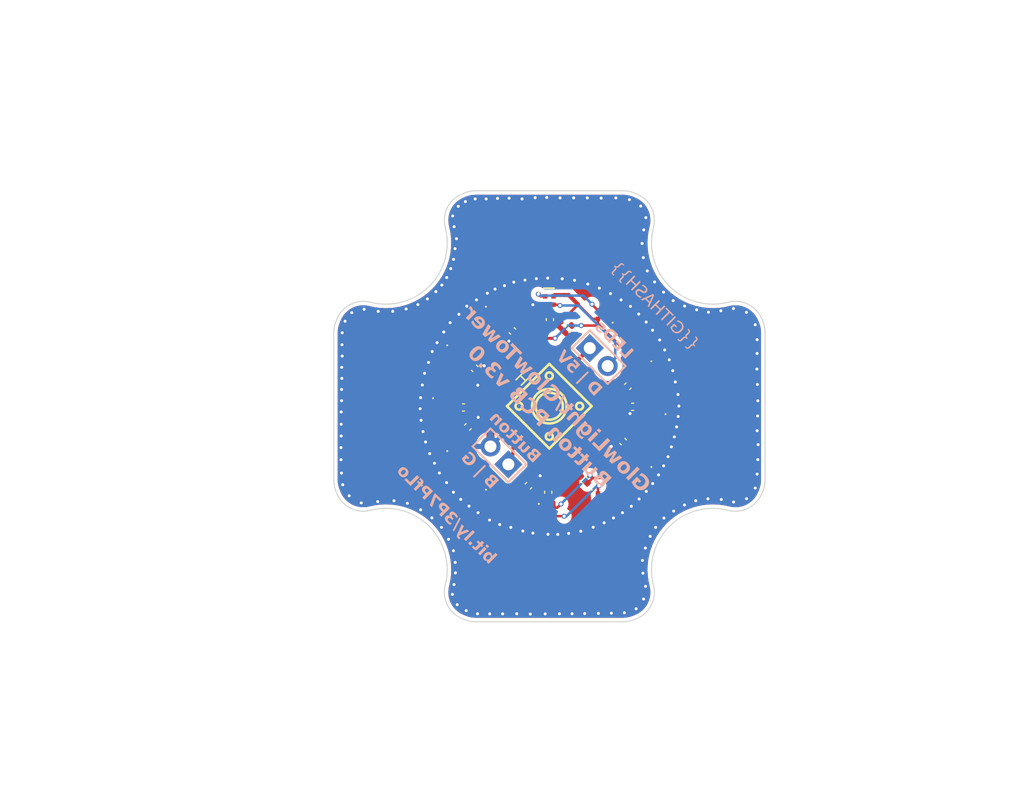
<source format=kicad_pcb>
(kicad_pcb (version 20240108) (generator "pcbnew") (generator_version "8.0")
  (title_block (comment 4 "AISLER Project ID: EJJVQQVN"))
  (layers (0 "F.Cu" signal) (31 "B.Cu" signal) (34 "B.Paste" user) (35 "F.Paste" user) (36 "B.SilkS" user "B.Silkscreen") (37 "F.SilkS" user "F.Silkscreen") (38 "B.Mask" user) (39 "F.Mask" user) (44 "Edge.Cuts" user))
  (net 0 "")
  (net 1 "gnd")
  (net 2 "vcc")
  (net 3 "input")
  (net 4 "data")
  (net 5 "leds.led_1.ic-din")
  (net 6 "leds.led_2.ic-din")
  (net 7 "leds.led_3.ic-din")
  (net 8 "leds.led_4.ic-din")
  (net 9 "leds.led_5.ic-din")
  (net 10 "leds.led_6.ic-din")
  (net 11 "leds.led_7.ic-din")
  (net 12 "leds.led_8.ic-din")
  (net 13 "leds.led_9.ic-din")
  (net 14 "leds.led_10.ic-din")
  (net 15 "leds.led_11.ic-din")
  (net 16 "dout")
  (net 17 "p2")
  (net 18 "p4")
  (footprint "lib:C0402" (layer "F.Cu") (at 98.550494 53.498473 -135)
    (property "Reference" "C2" (hide yes))
    (property "Value" "")
  )
  (footprint "lib:C0402" (layer "F.Cu") (at 100.131083 68.629062 135)
    (property "Reference" "C6" (hide yes))
    (property "Value" "")
  )
  (footprint "lib:LED-SMD_4P-L1.0-W1.0-TL_XL-1010RGBC-WS2812B" (layer "F.Cu") (at 101.950469 52.068597 180)
    (property "Reference" "U4" (hide yes))
    (property "Value" "")
  )
  (footprint "lib:LED-SMD_4P-L1.0-W1.0-TL_XL-1010RGBC-WS2812B" (layer "F.Cu") (at 105.83032 55.948448 180)
    (property "Reference" "U5" (hide yes))
    (property "Value" "")
  )
  (footprint "lib:SOD-923_L0.8-W0.6-LS1.0-RD" (layer "F.Cu") (at 93.92 58.53 -135)
    (property "Reference" "U16" (hide yes))
    (property "Value" "")
  )
  (footprint "lib:C0402" (layer "F.Cu") (at 94.560494 69.228473 45)
    (property "Reference" "C8" (hide yes))
    (property "Value" "")
  )
  (footprint "lib:KEY-SMD_4P-L6.0-W6.0-P4.50-LS8.6" (layer "F.Cu") (at 96.650494 61.248423 -45)
    (property "Reference" "U15" (hide yes))
    (property "Value" "")
  )
  (footprint "lib:LED-SMD_4P-L1.0-W1.0-TL_XL-1010RGBC-WS2812B" (layer "F.Cu") (at 91.350519 70.428249)
    (property "Reference" "U10" (hide yes))
    (property "Value" "")
  )
  (footprint "lib:C0402" (layer "F.Cu") (at 96.540494 69.878473 90)
    (property "Reference" "C7" (hide yes))
    (property "Value" "")
  )
  (footprint "lib:C0402" (layer "F.Cu") (at 89.170494 57.458473 -45)
    (property "Reference" "C11" (hide yes))
    (property "Value" "")
  )
  (footprint "lib:C0402" (layer "F.Cu") (at 105.000494 61.308473 180)
    (property "Reference" "C4" (hide yes))
    (property "Value" "")
  )
  (footprint "lib:LED-SMD_4P-L1.0-W1.0-TL_XL-1010RGBC-WS2812B" (layer "F.Cu") (at 91.350519 52.068597)
    (property "Reference" "U14" (hide yes))
    (property "Value" "")
  )
  (footprint "lib:C0402" (layer "F.Cu") (at 88.490494 63.328473 45)
    (property "Reference" "C9" (hide yes))
    (property "Value" "")
  )
  (footprint "lib:C0402" (layer "F.Cu") (at 96.710494 52.568473 -90)
    (property "Reference" "C1" (hide yes))
    (property "Value" "")
  )
  (footprint "lib:LED-SMD_4P-L1.0-W1.0-TL_XL-1010RGBC-WS2812B" (layer "F.Cu") (at 96.650494 50.648473)
    (property "Reference" "U3" (hide yes))
    (property "Value" "")
  )
  (footprint "lib:C0402" (layer "F.Cu") (at 92.950494 53.698473 -45)
    (property "Reference" "C12" (hide yes))
    (property "Value" "")
  )
  (footprint "lib:LED-SMD_4P-L1.0-W1.0-TL_XL-1010RGBC-WS2812B" (layer "F.Cu") (at 101.950469 70.428249)
    (property "Reference" "U8" (hide yes))
    (property "Value" "")
  )
  (footprint "lib:C0402" (layer "F.Cu") (at 88.050494 61.378473)
    (property "Reference" "C10" (hide yes))
    (property "Value" "")
  )
  (footprint "lib:C0402" (layer "F.Cu") (at 104.050494 64.798473 135)
    (property "Reference" "C5" (hide yes))
    (property "Value" "")
  )
  (footprint "lib:LED-SMD_4P-L1.0-W1.0-TL_XL-1010RGBC-WS2812B" (layer "F.Cu") (at 107.250444 61.248423 180)
    (property "Reference" "U6" (hide yes))
    (property "Value" "")
  )
  (footprint "lib:LED-SMD_4P-L1.0-W1.0-TL_XL-1010RGBC-WS2812B" (layer "F.Cu") (at 105.83032 66.548398 180)
    (property "Reference" "U7" (hide yes))
    (property "Value" "")
  )
  (footprint "lib:LED-SMD_4P-L1.0-W1.0-TL_XL-1010RGBC-WS2812B" (layer "F.Cu") (at 96.650494 71.848373)
    (property "Reference" "U9" (hide yes))
    (property "Value" "")
  )
  (footprint "lib:LED-SMD_4P-L1.0-W1.0-TL_XL-1010RGBC-WS2812B" (layer "F.Cu") (at 86.050544 61.248423)
    (property "Reference" "U12" (hide yes))
    (property "Value" "")
  )
  (footprint "lib:LED-SMD_4P-L1.0-W1.0-TL_XL-1010RGBC-WS2812B" (layer "F.Cu") (at 87.470668 55.948448)
    (property "Reference" "U13" (hide yes))
    (property "Value" "")
  )
  (footprint "lib:C0402" (layer "F.Cu") (at 104.519905 59.249062 -135)
    (property "Reference" "C3" (hide yes))
    (property "Value" "")
  )
  (footprint "lib:LED-SMD_4P-L1.0-W1.0-TL_XL-1010RGBC-WS2812B" (layer "F.Cu") (at 87.470668 66.548398)
    (property "Reference" "U11" (hide yes))
    (property "Value" "")
  )
  (footprint "lib:HDR-TH_2P-P2.54-V-M" (layer "B.Cu") (at 91.652159 66.185841 135)
    (property "Reference" "U2" (hide yes))
    (property "Value" "")
  )
  (footprint "lib:HDR-TH_2P-P2.54-V-M" (layer "B.Cu") (at 101.602055 56.320034 -45)
    (property "Reference" "U1" (hide yes))
    (property "Value" "")
  )
  (gr_line (start 96.100494 49.408473) (end 97.140494 49.408473) (stroke (width 0.15)) (layer "F.SilkS"))
  (gr_line (start 86.598326 81.479625) (end 86.802358 81.75245) (stroke (width 0.1)) (layer "Edge.Cuts"))
  (gr_line (start 76.432363 71.313737) (end 76.72759 71.483761) (stroke (width 0.1)) (layer "Edge.Cuts"))
  (gr_line (start 107.169319 42.30296) (end 107.113802 41.966834) (stroke (width 0.1)) (layer "Edge.Cuts"))
  (gr_line (start 85.255623 74.042489) (end 85.527457 74.452607) (stroke (width 0.1)) (layer "Edge.Cuts"))
  (gr_line (start 106.714974 41.031111) (end 106.510941 40.758286) (stroke (width 0.1)) (layer "Edge.Cuts"))
  (gr_line (start 106.894526 44.776796) (end 106.921511 44.28551) (stroke (width 0.1)) (layer "Edge.Cuts"))
  (gr_line (start 108.695141 49.216875) (end 108.361422 48.855321) (stroke (width 0.1)) (layer "Edge.Cuts"))
  (gr_line (start 75.512481 70.324841) (end 75.696282 70.611695) (stroke (width 0.1)) (layer "Edge.Cuts"))
  (gr_line (start 77.040996 71.617343) (end 77.368103 71.712572) (stroke (width 0.1)) (layer "Edge.Cuts"))
  (gr_line (start 107.018625 80.871021) (end 107.113855 80.543914) (stroke (width 0.1)) (layer "Edge.Cuts"))
  (gr_line (start 108.361422 48.855321) (end 108.057673 48.468247) (stroke (width 0.1)) (layer "Edge.Cuts"))
  (gr_line (start 117.800774 70.324822) (end 117.949027 70.018086) (stroke (width 0.1)) (layer "Edge.Cuts"))
  (gr_line (start 110.73262 50.567354) (end 110.284422 50.364355) (stroke (width 0.1)) (layer "Edge.Cuts"))
  (gr_line (start 114.928986 71.757397) (end 115.2687 71.783102) (stroke (width 0.1)) (layer "Edge.Cuts"))
  (gr_line (start 107.158625 42.98302) (end 107.184331 42.643311) (stroke (width 0.1)) (layer "Edge.Cuts"))
  (gr_line (start 78.718528 71.691337) (end 79.199234 71.586402) (stroke (width 0.1)) (layer "Edge.Cuts"))
  (gr_line (start 75.912998 70.874566) (end 76.159533 71.109701) (stroke (width 0.1)) (layer "Edge.Cuts"))
  (gr_line (start 86.35474 45.757973) (end 86.264134 46.241585) (stroke (width 0.1)) (layer "Edge.Cuts"))
  (gr_line (start 86.143983 80.207776) (end 86.1995 80.543901) (stroke (width 0.1)) (layer "Edge.Cuts"))
  (gr_line (start 106.958561 76.752763) (end 107.049167 76.269152) (stroke (width 0.1)) (layer "Edge.Cuts"))
  (gr_line (start 112.154042 50.953458) (end 111.670432 50.862851) (stroke (width 0.1)) (layer "Edge.Cuts"))
  (gr_line (start 117.153737 71.109684) (end 117.400267 70.874548) (stroke (width 0.1)) (layer "Edge.Cuts"))
  (gr_line (start 86.199443 41.966822) (end 86.143925 42.302955) (stroke (width 0.1)) (layer "Edge.Cuts"))
  (gr_line (start 111.195611 50.733875) (end 110.73262 50.567354) (stroke (width 0.1)) (layer "Edge.Cuts"))
  (gr_line (start 78.384308 50.753362) (end 78.044597 50.727663) (stroke (width 0.1)) (layer "Edge.Cuts"))
  (gr_line (start 106.012977 82.215738) (end 106.275849 81.999021) (stroke (width 0.1)) (layer "Edge.Cuts"))
  (gr_line (start 108.057673 48.468247) (end 107.78584 48.058129) (stroke (width 0.1)) (layer "Edge.Cuts"))
  (gr_line (start 87.89393 82.547747) (end 88.203426 82.672502) (stroke (width 0.1)) (layer "Edge.Cuts"))
  (gr_line (start 107.547664 74.883143) (end 107.785842 74.452607) (stroke (width 0.1)) (layer "Edge.Cuts"))
  (gr_line (start 87.30032 40.294999) (end 87.037448 40.511715) (stroke (width 0.1)) (layer "Edge.Cuts"))
  (gr_line (start 80.178076 51.01749) (end 79.686791 50.990506) (stroke (width 0.1)) (layer "Edge.Cuts"))
  (gr_line (start 85.765636 74.883141) (end 85.968635 75.33134) (stroke (width 0.1)) (layer "Edge.Cuts"))
  (gr_line (start 81.642866 50.862853) (end 81.159254 50.953459) (stroke (width 0.1)) (layer "Edge.Cuts"))
  (gr_line (start 112.64335 51.005114) (end 112.154042 50.953458) (stroke (width 0.1)) (layer "Edge.Cuts"))
  (gr_line (start 86.128971 79.867427) (end 86.143983 80.207776) (stroke (width 0.1)) (layer "Edge.Cuts"))
  (gr_line (start 77.704248 50.742683) (end 77.368122 50.798206) (stroke (width 0.1)) (layer "Edge.Cuts"))
  (gr_line (start 106.906904 77.24207) (end 106.958561 76.752763) (stroke (width 0.1)) (layer "Edge.Cuts"))
  (gr_line (start 87.037488 81.99898) (end 87.300354 82.215692) (stroke (width 0.1)) (layer "Edge.Cuts"))
  (gr_line (start 106.906902 45.268667) (end 106.894526 44.776796) (stroke (width 0.1)) (layer "Edge.Cuts"))
  (gr_line (start 106.921511 44.28551) (end 106.987682 43.797954) (stroke (width 0.1)) (layer "Edge.Cuts"))
  (gr_line (start 109.443771 72.656395) (end 109.853888 72.384561) (stroke (width 0.1)) (layer "Edge.Cuts"))
  (gr_line (start 86.325616 43.797954) (end 86.391788 44.28551) (stroke (width 0.1)) (layer "Edge.Cuts"))
  (gr_line (start 118.073783 69.708591) (end 118.183763 69.369065) (stroke (width 0.1)) (layer "Edge.Cuts"))
  (gr_line (start 86.220679 43.317248) (end 86.325616 43.797954) (stroke (width 0.1)) (layer "Edge.Cuts"))
  (gr_line (start 107.018574 41.639734) (end 106.884995 41.326333) (stroke (width 0.1)) (layer "Edge.Cuts"))
  (gr_line (start 105.726124 82.399539) (end 106.012977 82.215738) (stroke (width 0.1)) (layer "Edge.Cuts"))
  (gr_line (start 109.056697 72.960143) (end 109.443771 72.656395) (stroke (width 0.1)) (layer "Edge.Cuts"))
  (gr_line (start 116.585709 51.026972) (end 116.272302 50.893391) (stroke (width 0.1)) (layer "Edge.Cuts"))
  (gr_line (start 83.869529 49.854345) (end 83.459411 50.126178) (stroke (width 0.1)) (layer "Edge.Cuts"))
  (gr_line (start 87.037448 40.511715) (end 86.802315 40.75825) (stroke (width 0.1)) (layer "Edge.Cuts"))
  (gr_line (start 107.547661 47.627595) (end 107.344662 47.179396) (stroke (width 0.1)) (layer "Edge.Cuts"))
  (gr_line (start 84.256602 72.960142) (end 84.618155 73.293861) (stroke (width 0.1)) (layer "Edge.Cuts"))
  (gr_line (start 112.154044 71.55728) (end 112.64335 71.505623) (stroke (width 0.1)) (layer "Edge.Cuts"))
  (gr_line (start 86.135158 46.716407) (end 85.968637 47.179398) (stroke (width 0.1)) (layer "Edge.Cuts"))
  (gr_line (start 114.114063 50.924334) (end 113.626507 50.990505) (stroke (width 0.1)) (layer "Edge.Cuts"))
  (gr_line (start 85.968637 47.179398) (end 85.765638 47.627595) (stroke (width 0.1)) (layer "Edge.Cuts"))
  (gr_line (start 116.272285 71.617332) (end 116.585688 71.483748) (stroke (width 0.1)) (layer "Edge.Cuts"))
  (gr_line (start 77.041022 50.893439) (end 76.727622 51.027021) (stroke (width 0.1)) (layer "Edge.Cuts"))
  (gr_line (start 109.443769 49.854343) (end 109.056695 49.550594) (stroke (width 0.1)) (layer "Edge.Cuts"))
  (gr_line (start 107.178141 46.716405) (end 107.049165 46.241585) (stroke (width 0.1)) (layer "Edge.Cuts"))
  (gr_line (start 116.585688 71.483748) (end 116.880911 71.313722) (stroke (width 0.1)) (layer "Edge.Cuts"))
  (gr_line (start 88.203426 39.838234) (end 87.89393 39.962989) (stroke (width 0.1)) (layer "Edge.Cuts"))
  (gr_line (start 106.921513 78.225226) (end 106.894529 77.73394) (stroke (width 0.1)) (layer "Edge.Cuts"))
  (gr_line (start 78.718528 50.819399) (end 78.384308 50.753362) (stroke (width 0.1)) (layer "Edge.Cuts"))
  (gr_line (start 88.542952 82.782482) (end 88.893559 82.849173) (stroke (width 0.1)) (layer "Edge.Cuts"))
  (gr_line (start 104.770346 82.782489) (end 105.109871 82.672502) (stroke (width 0.1)) (layer "Edge.Cuts"))
  (gr_line (start 117.949027 70.018086) (end 118.073783 69.708591) (stroke (width 0.1)) (layer "Edge.Cuts"))
  (gr_line (start 104.419737 39.661562) (end 104.063544 39.639214) (stroke (width 0.1)) (layer "Edge.Cuts"))
  (gr_line (start 78.044597 50.727663) (end 77.704248 50.742683) (stroke (width 0.1)) (layer "Edge.Cuts"))
  (gr_line (start 105.109871 82.672502) (end 105.419367 82.547747) (stroke (width 0.1)) (layer "Edge.Cuts"))
  (gr_line (start 106.275849 81.999021) (end 106.510982 81.752487) (stroke (width 0.1)) (layer "Edge.Cuts"))
  (gr_line (start 85.765638 47.627595) (end 85.527459 48.058131) (stroke (width 0.1)) (layer "Edge.Cuts"))
  (gr_line (start 87.300354 82.215692) (end 87.587201 82.39949) (stroke (width 0.1)) (layer "Edge.Cuts"))
  (gr_line (start 113.13522 51.01749) (end 112.64335 51.005114) (stroke (width 0.1)) (layer "Edge.Cuts"))
  (gr_line (start 84.256603 49.550596) (end 83.869529 49.854345) (stroke (width 0.1)) (layer "Edge.Cuts"))
  (gr_line (start 75.129523 69.369067) (end 75.239514 69.708591) (stroke (width 0.1)) (layer "Edge.Cuts"))
  (gr_line (start 87.587201 82.39949) (end 87.89393 82.547747) (stroke (width 0.1)) (layer "Edge.Cuts"))
  (gr_line (start 105.419367 82.547747) (end 105.726124 82.399539) (stroke (width 0.1)) (layer "Edge.Cuts"))
  (gr_line (start 77.368122 50.798206) (end 77.041022 50.893439) (stroke (width 0.1)) (layer "Edge.Cuts"))
  (gr_line (start 82.117687 50.733876) (end 81.642866 50.862853) (stroke (width 0.1)) (layer "Edge.Cuts"))
  (gr_line (start 106.958558 45.757974) (end 106.906902 45.268667) (stroke (width 0.1)) (layer "Edge.Cuts"))
  (gr_line (start 86.154678 79.527718) (end 86.128971 79.867427) (stroke (width 0.1)) (layer "Edge.Cuts"))
  (gr_line (start 75.364269 52.49265) (end 75.239514 52.802145) (stroke (width 0.1)) (layer "Edge.Cuts"))
  (gr_line (start 79.68679 71.520231) (end 80.178076 71.493246) (stroke (width 0.1)) (layer "Edge.Cuts"))
  (gr_line (start 107.113855 80.543914) (end 107.169372 80.207781) (stroke (width 0.1)) (layer "Edge.Cuts"))
  (gr_line (start 86.418772 44.776796) (end 86.406397 45.268666) (stroke (width 0.1)) (layer "Edge.Cuts"))
  (gr_line (start 117.153769 51.401032) (end 116.880938 51.196995) (stroke (width 0.1)) (layer "Edge.Cuts"))
  (gr_line (start 107.344664 75.33134) (end 107.547664 74.883143) (stroke (width 0.1)) (layer "Edge.Cuts"))
  (gr_line (start 115.268706 50.727631) (end 114.92899 50.753339) (stroke (width 0.1)) (layer "Edge.Cuts"))
  (gr_line (start 86.128912 42.643311) (end 86.15462 42.983027) (stroke (width 0.1)) (layer "Edge.Cuts"))
  (gr_line (start 84.618157 49.216876) (end 84.256603 49.550596) (stroke (width 0.1)) (layer "Edge.Cuts"))
  (gr_line (start 88.203426 82.672502) (end 88.542952 82.782482) (stroke (width 0.1)) (layer "Edge.Cuts"))
  (gr_line (start 75.129529 53.14167) (end 75.062843 53.492278) (stroke (width 0.1)) (layer "Edge.Cuts"))
  (gr_line (start 86.325615 78.712782) (end 86.220679 79.193488) (stroke (width 0.1)) (layer "Edge.Cuts"))
  (gr_line (start 117.400267 70.874548) (end 117.616978 70.611676) (stroke (width 0.1)) (layer "Edge.Cuts"))
  (gr_line (start 104.419738 82.849178) (end 104.770346 82.782489) (stroke (width 0.1)) (layer "Edge.Cuts"))
  (gr_line (start 107.092617 79.193488) (end 106.987684 78.712782) (stroke (width 0.1)) (layer "Edge.Cuts"))
  (gr_line (start 109.853887 50.126176) (end 109.443769 49.854343) (stroke (width 0.1)) (layer "Edge.Cuts"))
  (gr_line (start 115.945195 50.798161) (end 115.609062 50.742643) (stroke (width 0.1)) (layer "Edge.Cuts"))
  (gr_line (start 76.159576 51.401078) (end 75.913044 51.636208) (stroke (width 0.1)) (layer "Edge.Cuts"))
  (gr_line (start 86.428255 41.326309) (end 86.294673 41.639715) (stroke (width 0.1)) (layer "Edge.Cuts"))
  (gr_line (start 107.184331 42.643311) (end 107.169319 42.30296) (stroke (width 0.1)) (layer "Edge.Cuts"))
  (gr_line (start 106.894529 77.73394) (end 106.906904 77.24207) (stroke (width 0.1)) (layer "Edge.Cuts"))
  (gr_line (start 88.893558 39.661561) (end 88.54295 39.728247) (stroke (width 0.1)) (layer "Edge.Cuts"))
  (gr_line (start 86.354738 76.752762) (end 86.406394 77.242069) (stroke (width 0.1)) (layer "Edge.Cuts"))
  (gr_line (start 86.391788 44.28551) (end 86.418772 44.776796) (stroke (width 0.1)) (layer "Edge.Cuts"))
  (gr_line (start 105.419367 39.962989) (end 105.109871 39.838234) (stroke (width 0.1)) (layer "Edge.Cuts"))
  (gr_line (start 83.45941 72.38456) (end 83.869527 72.656393) (stroke (width 0.1)) (layer "Edge.Cuts"))
  (gr_line (start 107.113802 41.966834) (end 107.018574 41.639734) (stroke (width 0.1)) (layer "Edge.Cuts"))
  (gr_line (start 106.71502 81.479656) (end 106.885043 81.184428) (stroke (width 0.1)) (layer "Edge.Cuts"))
  (gr_line (start 109.056695 49.550594) (end 108.695141 49.216875) (stroke (width 0.1)) (layer "Edge.Cuts"))
  (gr_line (start 75.040494 68.662263) (end 75.062829 69.018459) (stroke (width 0.1)) (layer "Edge.Cuts"))
  (gr_line (start 118.250453 69.018457) (end 118.272802 68.662263) (stroke (width 0.1)) (layer "Edge.Cuts"))
  (gr_line (start 84.951874 73.655415) (end 85.255623 74.042489) (stroke (width 0.1)) (layer "Edge.Cuts"))
  (gr_line (start 86.143925 42.302955) (end 86.128912 42.643311) (stroke (width 0.1)) (layer "Edge.Cuts"))
  (gr_line (start 76.72759 71.483761) (end 77.040996 71.617343) (stroke (width 0.1)) (layer "Edge.Cuts"))
  (gr_line (start 114.594769 50.819399) (end 114.114063 50.924334) (stroke (width 0.1)) (layer "Edge.Cuts"))
  (gr_line (start 117.800823 52.185891) (end 117.617021 51.899038) (stroke (width 0.1)) (layer "Edge.Cuts"))
  (gr_line (start 75.040494 53.848473) (end 75.040494 68.662263) (stroke (width 0.1)) (layer "Edge.Cuts"))
  (gr_line (start 115.609062 50.742643) (end 115.268706 50.727631) (stroke (width 0.1)) (layer "Edge.Cuts"))
  (gr_line (start 117.400305 51.636166) (end 117.153769 51.401032) (stroke (width 0.1)) (layer "Edge.Cuts"))
  (gr_line (start 85.255626 48.468248) (end 84.951877 48.855322) (stroke (width 0.1)) (layer "Edge.Cuts"))
  (gr_line (start 113.626506 71.520231) (end 114.114063 71.586402) (stroke (width 0.1)) (layer "Edge.Cuts"))
  (gr_line (start 86.264132 76.269151) (end 86.354738 76.752762) (stroke (width 0.1)) (layer "Edge.Cuts"))
  (gr_line (start 87.89393 39.962989) (end 87.587173 40.111197) (stroke (width 0.1)) (layer "Edge.Cuts"))
  (gr_line (start 75.51253 52.185921) (end 75.364269 52.49265) (stroke (width 0.1)) (layer "Edge.Cuts"))
  (gr_line (start 79.199234 71.586402) (end 79.68679 71.520231) (stroke (width 0.1)) (layer "Edge.Cuts"))
  (gr_line (start 106.885043 81.184428) (end 107.018625 80.871021) (stroke (width 0.1)) (layer "Edge.Cuts"))
  (gr_line (start 86.41877 77.73394) (end 86.391786 78.225226) (stroke (width 0.1)) (layer "Edge.Cuts"))
  (gr_line (start 80.669948 51.005115) (end 80.178076 51.01749) (stroke (width 0.1)) (layer "Edge.Cuts"))
  (gr_line (start 86.428306 81.184402) (end 86.598326 81.479625) (stroke (width 0.1)) (layer "Edge.Cuts"))
  (gr_line (start 76.4324 51.197044) (end 76.159576 51.401078) (stroke (width 0.1)) (layer "Edge.Cuts"))
  (gr_line (start 75.239514 69.708591) (end 75.364269 70.018086) (stroke (width 0.1)) (layer "Edge.Cuts"))
  (gr_line (start 118.183769 53.14167) (end 118.073783 52.802145) (stroke (width 0.1)) (layer "Edge.Cuts"))
  (gr_line (start 107.785842 74.452607) (end 108.057676 74.04249) (stroke (width 0.1)) (layer "Edge.Cuts"))
  (gr_line (start 80.178076 71.493246) (end 80.669947 71.505622) (stroke (width 0.1)) (layer "Edge.Cuts"))
  (gr_line (start 106.884995 41.326333) (end 106.714974 41.031111) (stroke (width 0.1)) (layer "Edge.Cuts"))
  (gr_line (start 75.062829 69.018459) (end 75.129523 69.369067) (stroke (width 0.1)) (layer "Edge.Cuts"))
  (gr_line (start 112.64335 71.505623) (end 113.135221 71.493247) (stroke (width 0.1)) (layer "Edge.Cuts"))
  (gr_line (start 117.616978 70.611676) (end 117.800774 70.324822) (stroke (width 0.1)) (layer "Edge.Cuts"))
  (gr_line (start 106.510982 81.752487) (end 106.71502 81.479656) (stroke (width 0.1)) (layer "Edge.Cuts"))
  (gr_line (start 118.25046 53.492278) (end 118.183769 53.14167) (stroke (width 0.1)) (layer "Edge.Cuts"))
  (gr_line (start 85.527459 48.058131) (end 85.255626 48.468248) (stroke (width 0.1)) (layer "Edge.Cuts"))
  (gr_line (start 115.609053 71.768086) (end 115.945182 71.712565) (stroke (width 0.1)) (layer "Edge.Cuts"))
  (gr_line (start 75.364269 70.018086) (end 75.512481 70.324841) (stroke (width 0.1)) (layer "Edge.Cuts"))
  (gr_line (start 104.770347 39.728248) (end 104.419737 39.661562) (stroke (width 0.1)) (layer "Edge.Cuts"))
  (gr_line (start 116.880911 71.313722) (end 117.153737 71.109684) (stroke (width 0.1)) (layer "Edge.Cuts"))
  (gr_line (start 85.968635 75.33134) (end 86.135155 75.794331) (stroke (width 0.1)) (layer "Edge.Cuts"))
  (gr_line (start 75.062843 53.492278) (end 75.040494 53.848473) (stroke (width 0.1)) (layer "Edge.Cuts"))
  (gr_line (start 115.2687 71.783102) (end 115.609053 71.768086) (stroke (width 0.1)) (layer "Edge.Cuts"))
  (gr_line (start 86.802358 81.75245) (end 87.037488 81.99898) (stroke (width 0.1)) (layer "Edge.Cuts"))
  (gr_line (start 86.264134 46.241585) (end 86.135158 46.716407) (stroke (width 0.1)) (layer "Edge.Cuts"))
  (gr_line (start 107.169372 80.207781) (end 107.184385 79.867425) (stroke (width 0.1)) (layer "Edge.Cuts"))
  (gr_line (start 82.580678 50.567356) (end 82.117687 50.733876) (stroke (width 0.1)) (layer "Edge.Cuts"))
  (gr_line (start 88.893559 82.849173) (end 89.249753 82.871522) (stroke (width 0.1)) (layer "Edge.Cuts"))
  (gr_line (start 106.275811 40.511755) (end 106.012944 40.295043) (stroke (width 0.1)) (layer "Edge.Cuts"))
  (gr_line (start 107.049165 46.241585) (end 106.958558 45.757974) (stroke (width 0.1)) (layer "Edge.Cuts"))
  (gr_line (start 79.199234 50.924334) (end 78.718528 50.819399) (stroke (width 0.1)) (layer "Edge.Cuts"))
  (gr_line (start 76.727622 51.027021) (end 76.4324 51.197044) (stroke (width 0.1)) (layer "Edge.Cuts"))
  (gr_line (start 86.598279 41.031081) (end 86.428255 41.326309) (stroke (width 0.1)) (layer "Edge.Cuts"))
  (gr_line (start 108.057676 74.04249) (end 108.361424 73.655416) (stroke (width 0.1)) (layer "Edge.Cuts"))
  (gr_line (start 78.044592 71.783104) (end 78.384307 71.757396) (stroke (width 0.1)) (layer "Edge.Cuts"))
  (gr_line (start 104.063544 39.639214) (end 89.249753 39.639214) (stroke (width 0.1)) (layer "Edge.Cuts"))
  (gr_line (start 77.704236 71.768091) (end 78.044592 71.783104) (stroke (width 0.1)) (layer "Edge.Cuts"))
  (gr_line (start 84.618155 73.293861) (end 84.951874 73.655415) (stroke (width 0.1)) (layer "Edge.Cuts"))
  (gr_line (start 89.249753 82.871522) (end 104.063544 82.871522) (stroke (width 0.1)) (layer "Edge.Cuts"))
  (gr_line (start 83.869527 72.656393) (end 84.256602 72.960142) (stroke (width 0.1)) (layer "Edge.Cuts"))
  (gr_line (start 108.695143 73.293862) (end 109.056697 72.960143) (stroke (width 0.1)) (layer "Edge.Cuts"))
  (gr_line (start 111.670432 71.647885) (end 112.154044 71.55728) (stroke (width 0.1)) (layer "Edge.Cuts"))
  (gr_line (start 86.294673 41.639715) (end 86.199443 41.966822) (stroke (width 0.1)) (layer "Edge.Cuts"))
  (gr_line (start 113.135221 71.493247) (end 113.626506 71.520231) (stroke (width 0.1)) (layer "Edge.Cuts"))
  (gr_line (start 82.117686 71.776861) (end 82.580677 71.943382) (stroke (width 0.1)) (layer "Edge.Cuts"))
  (gr_line (start 75.696331 51.899075) (end 75.51253 52.185921) (stroke (width 0.1)) (layer "Edge.Cuts"))
  (gr_line (start 75.696282 70.611695) (end 75.912998 70.874566) (stroke (width 0.1)) (layer "Edge.Cuts"))
  (gr_line (start 107.344662 47.179396) (end 107.178141 46.716405) (stroke (width 0.1)) (layer "Edge.Cuts"))
  (gr_line (start 117.617021 51.899038) (end 117.400305 51.636166) (stroke (width 0.1)) (layer "Edge.Cuts"))
  (gr_line (start 117.949027 52.49265) (end 117.800823 52.185891) (stroke (width 0.1)) (layer "Edge.Cuts"))
  (gr_line (start 82.580677 71.943382) (end 83.028875 72.146381) (stroke (width 0.1)) (layer "Edge.Cuts"))
  (gr_line (start 106.510941 40.758286) (end 106.275811 40.511755) (stroke (width 0.1)) (layer "Edge.Cuts"))
  (gr_line (start 105.109871 39.838234) (end 104.770347 39.728248) (stroke (width 0.1)) (layer "Edge.Cuts"))
  (gr_line (start 109.853888 72.384561) (end 110.284423 72.146382) (stroke (width 0.1)) (layer "Edge.Cuts"))
  (gr_line (start 81.642865 71.647885) (end 82.117686 71.776861) (stroke (width 0.1)) (layer "Edge.Cuts"))
  (gr_line (start 116.880938 51.196995) (end 116.585709 51.026972) (stroke (width 0.1)) (layer "Edge.Cuts"))
  (gr_line (start 118.272802 68.662263) (end 118.272802 53.848473) (stroke (width 0.1)) (layer "Edge.Cuts"))
  (gr_line (start 75.239514 52.802145) (end 75.129529 53.14167) (stroke (width 0.1)) (layer "Edge.Cuts"))
  (gr_line (start 83.459411 50.126178) (end 83.028876 50.364357) (stroke (width 0.1)) (layer "Edge.Cuts"))
  (gr_line (start 107.049167 76.269152) (end 107.178143 75.794331) (stroke (width 0.1)) (layer "Edge.Cuts"))
  (gr_line (start 77.368103 71.712572) (end 77.704236 71.768091) (stroke (width 0.1)) (layer "Edge.Cuts"))
  (gr_line (start 86.294727 80.871002) (end 86.428306 81.184402) (stroke (width 0.1)) (layer "Edge.Cuts"))
  (gr_line (start 114.594769 71.691337) (end 114.928986 71.757397) (stroke (width 0.1)) (layer "Edge.Cuts"))
  (gr_line (start 111.670432 50.862851) (end 111.195611 50.733875) (stroke (width 0.1)) (layer "Edge.Cuts"))
  (gr_line (start 86.220679 79.193488) (end 86.154678 79.527718) (stroke (width 0.1)) (layer "Edge.Cuts"))
  (gr_line (start 107.158678 79.527709) (end 107.092617 79.193488) (stroke (width 0.1)) (layer "Edge.Cuts"))
  (gr_line (start 104.063544 82.871522) (end 104.419738 82.849178) (stroke (width 0.1)) (layer "Edge.Cuts"))
  (gr_line (start 89.249753 39.639214) (end 88.893558 39.661561) (stroke (width 0.1)) (layer "Edge.Cuts"))
  (gr_line (start 107.178143 75.794331) (end 107.344664 75.33134) (stroke (width 0.1)) (layer "Edge.Cuts"))
  (gr_line (start 106.987684 78.712782) (end 106.921513 78.225226) (stroke (width 0.1)) (layer "Edge.Cuts"))
  (gr_line (start 111.195612 71.776862) (end 111.670432 71.647885) (stroke (width 0.1)) (layer "Edge.Cuts"))
  (gr_line (start 79.686791 50.990506) (end 79.199234 50.924334) (stroke (width 0.1)) (layer "Edge.Cuts"))
  (gr_line (start 86.391786 78.225226) (end 86.325615 78.712782) (stroke (width 0.1)) (layer "Edge.Cuts"))
  (gr_line (start 86.802315 40.75825) (end 86.598279 41.031081) (stroke (width 0.1)) (layer "Edge.Cuts"))
  (gr_line (start 114.114063 71.586402) (end 114.594769 71.691337) (stroke (width 0.1)) (layer "Edge.Cuts"))
  (gr_line (start 83.028875 72.146381) (end 83.45941 72.38456) (stroke (width 0.1)) (layer "Edge.Cuts"))
  (gr_line (start 86.135155 75.794331) (end 86.264132 76.269151) (stroke (width 0.1)) (layer "Edge.Cuts"))
  (gr_line (start 114.92899 50.753339) (end 114.594769 50.819399) (stroke (width 0.1)) (layer "Edge.Cuts"))
  (gr_line (start 88.54295 39.728247) (end 88.203426 39.838234) (stroke (width 0.1)) (layer "Edge.Cuts"))
  (gr_line (start 106.012944 40.295043) (end 105.726097 40.111245) (stroke (width 0.1)) (layer "Edge.Cuts"))
  (gr_line (start 107.78584 48.058129) (end 107.547661 47.627595) (stroke (width 0.1)) (layer "Edge.Cuts"))
  (gr_line (start 110.284423 72.146382) (end 110.732621 71.943382) (stroke (width 0.1)) (layer "Edge.Cuts"))
  (gr_line (start 86.406397 45.268666) (end 86.35474 45.757973) (stroke (width 0.1)) (layer "Edge.Cuts"))
  (gr_line (start 118.183763 69.369065) (end 118.250453 69.018457) (stroke (width 0.1)) (layer "Edge.Cuts"))
  (gr_line (start 107.184385 79.867425) (end 107.158678 79.527709) (stroke (width 0.1)) (layer "Edge.Cuts"))
  (gr_line (start 116.272302 50.893391) (end 115.945195 50.798161) (stroke (width 0.1)) (layer "Edge.Cuts"))
  (gr_line (start 81.159254 71.557278) (end 81.642865 71.647885) (stroke (width 0.1)) (layer "Edge.Cuts"))
  (gr_line (start 85.527457 74.452607) (end 85.765636 74.883141) (stroke (width 0.1)) (layer "Edge.Cuts"))
  (gr_line (start 118.272802 53.848473) (end 118.25046 53.492278) (stroke (width 0.1)) (layer "Edge.Cuts"))
  (gr_line (start 76.159533 71.109701) (end 76.432363 71.313737) (stroke (width 0.1)) (layer "Edge.Cuts"))
  (gr_line (start 84.951877 48.855322) (end 84.618157 49.216876) (stroke (width 0.1)) (layer "Edge.Cuts"))
  (gr_line (start 87.587173 40.111197) (end 87.30032 40.294999) (stroke (width 0.1)) (layer "Edge.Cuts"))
  (gr_line (start 115.945182 71.712565) (end 116.272285 71.617332) (stroke (width 0.1)) (layer "Edge.Cuts"))
  (gr_line (start 107.092617 43.317248) (end 107.158625 42.98302) (stroke (width 0.1)) (layer "Edge.Cuts"))
  (gr_line (start 81.159254 50.953459) (end 80.669948 51.005115) (stroke (width 0.1)) (layer "Edge.Cuts"))
  (gr_line (start 118.073783 52.802145) (end 117.949027 52.49265) (stroke (width 0.1)) (layer "Edge.Cuts"))
  (gr_line (start 110.732621 71.943382) (end 111.195612 71.776862) (stroke (width 0.1)) (layer "Edge.Cuts"))
  (gr_line (start 80.669947 71.505622) (end 81.159254 71.557278) (stroke (width 0.1)) (layer "Edge.Cuts"))
  (gr_line (start 78.384307 71.757396) (end 78.718528 71.691337) (stroke (width 0.1)) (layer "Edge.Cuts"))
  (gr_line (start 106.987682 43.797954) (end 107.092617 43.317248) (stroke (width 0.1)) (layer "Edge.Cuts"))
  (gr_line (start 75.913044 51.636208) (end 75.696331 51.899075) (stroke (width 0.1)) (layer "Edge.Cuts"))
  (gr_line (start 113.626507 50.990505) (end 113.13522 51.01749) (stroke (width 0.1)) (layer "Edge.Cuts"))
  (gr_line (start 86.406394 77.242069) (end 86.41877 77.73394) (stroke (width 0.1)) (layer "Edge.Cuts"))
  (gr_line (start 86.1995 80.543901) (end 86.294727 80.871002) (stroke (width 0.1)) (layer "Edge.Cuts"))
  (gr_line (start 110.284422 50.364355) (end 109.853887 50.126176) (stroke (width 0.1)) (layer "Edge.Cuts"))
  (gr_line (start 105.726097 40.111245) (end 105.419367 39.962989) (stroke (width 0.1)) (layer "Edge.Cuts"))
  (gr_line (start 83.028876 50.364357) (end 82.580678 50.567356) (stroke (width 0.1)) (layer "Edge.Cuts"))
  (gr_line (start 108.361424 73.655416) (end 108.695143 73.293862) (stroke (width 0.1)) (layer "Edge.Cuts"))
  (gr_line (start 86.15462 42.983027) (end 86.220679 43.317248) (stroke (width 0.1)) (layer "Edge.Cuts"))
  (gr_text "B | G" (at 90.720494 69.768347 315) (layer "B.SilkS") (effects (font (size 1.2 1.2) (thickness 0.25) (bold yes)) (justify left bottom mirror)))
  (gr_text "bit.ly/3P7PfLo" (at 85.830494 72.618347 315) (layer "B.SilkS") (effects (font (size 1.2 1.2) (thickness 0.25) (bold yes)) (justify bottom mirror)))
  (gr_text "D | 5V" (at 101.110494 60.468347 315) (layer "B.SilkS") (effects (font (size 1.2 1.2) (thickness 0.25) (bold yes)) (justify left bottom mirror)))
  (gr_text "GlowLight/GlowTower\nButton PCB v3.0" (at 94.970494 62.998347 315) (layer "B.SilkS") (effects (font (size 1.5 1.5) (thickness 0.25) (bold yes)) (justify bottom mirror)))
  (gr_text "LEDs" (at 104.230494 56.748347 315) (layer "B.SilkS") (effects (font (size 1.2 1.2) (thickness 0.25) (bold yes)) (justify left bottom mirror)))
  (gr_text "{{GITHASH}}" (at 106.710494 51.698347 315) (layer "B.SilkS") (effects (font (size 1.2 1.2) (thickness 0.1)) (justify bottom mirror)))
  (gr_text "Button" (at 94.960494 67.168347 315) (layer "B.SilkS") (effects (font (size 1.2 1.2) (thickness 0.25) (bold yes)) (justify left bottom mirror)))
  (segment (start 93.289905 54.037884) (end 92.604905 54.722884) (width 0.25) (layer "F.Cu") (net 1))
  (segment (start 90.756005 63.092836) (end 90.756005 65.283984) (width 0.8) (layer "F.Cu") (net 1))
  (segment (start 88.530494 61.378473) (end 89.520494 62.368473) (width 0.25) (layer "F.Cu") (net 1))
  (segment (start 100.135251 70.85323) (end 99.580494 70.298473) (width 0.25) (layer "F.Cu") (net 1))
  (segment (start 93.538162 58.911838) (end 92.651146 59.798854) (width 0.25) (layer "F.Cu") (net 1))
  (segment (start 96.130494 53.048473) (end 95.005475 51.923454) (width 0.25) (layer "F.Cu") (net 1))
  (segment (start 85.630494 67.548473) (end 85.630494 67.948473) (width 0.25) (layer "F.Cu") (net 1))
  (segment (start 96.225513 72.273354) (end 96.225513 73.803492) (width 0.25) (layer "F.Cu") (net 1))
  (segment (start 89.450494 62.368473) (end 89.520482 62.368473) (width 0.25) (layer "F.Cu") (net 1))
  (segment (start 96.225513 73.803492) (end 96.520494 74.098473) (width 0.25) (layer "F.Cu") (net 1))
  (segment (start 87.045687 56.373429) (end 85.51545 56.373429) (width 0.25) (layer "F.Cu") (net 1))
  (segment (start 91.780494 62.478347) (end 91.370494 62.478347) (width 0.8) (layer "F.Cu") (net 1))
  (segment (start 102.37545 50.363517) (end 102.780494 49.958473) (width 0.25) (layer "F.Cu") (net 1))
  (segment (start 107.675425 60.823442) (end 108.805525 60.823442) (width 0.25) (layer "F.Cu") (net 1))
  (segment (start 90.925538 72.403429) (end 90.660494 72.668473) (width 0.25) (layer "F.Cu") (net 1))
  (segment (start 107.005438 66.123417) (end 108.110494 67.228473) (width 0.25) (layer "F.Cu") (net 1))
  (segment (start 108.805525 60.823442) (end 109.550494 60.078473) (width 0.25) (layer "F.Cu") (net 1))
  (segment (start 106.255301 55.523467) (end 106.255301 54.373666) (width 0.25) (layer "F.Cu") (net 1))
  (segment (start 104.520494 59.928473) (end 104.180494 59.588473) (width 0.25) (layer "F.Cu") (net 1))
  (segment (start 89.655599 52.493578) (end 88.380494 51.218473) (width 0.25) (layer "F.Cu") (net 1))
  (segment (start 85.625563 61.673404) (end 83.865425 61.673404) (width 0.25) (layer "F.Cu") (net 1))
  (segment (start 94.899905 68.889062) (end 95.409316 69.398473) (width 0.4) (layer "F.Cu") (net 1))
  (segment (start 89.480494 59.148473) (end 90.130938 59.798917) (width 0.25) (layer "F.Cu") (net 1))
  (segment (start 92.018917 59.798917) (end 92.978249 60.758249) (width 0.8) (layer "F.Cu") (net 1))
  (segment (start 99.540494 70.258473) (end 99.580494 70.298473) (width 0.25) (layer "F.Cu") (net 1))
  (segment (start 95.005475 51.923454) (end 95.005475 51.073454) (width 0.25) (layer "F.Cu") (net 1))
  (segment (start 99.830494 68.308473) (end 99.540494 68.598473) (width 0.25) (layer "F.Cu") (net 1))
  (segment (start 90.925538 52.493578) (end 89.655599 52.493578) (width 0.25) (layer "F.Cu") (net 1))
  (segment (start 89.509905 57.797884) (end 89.509905 60.399062) (width 0.25) (layer "F.Cu") (net 1))
  (segment (start 104.520494 61.308473) (end 104.520494 59.928473) (width 0.25) (layer "F.Cu") (net 1))
  (segment (start 103.688938 64.459062) (end 102.87 65.278) (width 0.25) (layer "F.Cu") (net 1))
  (segment (start 85.51545 56.373429) (end 84.910494 55.768473) (width 0.25) (layer "F.Cu") (net 1))
  (segment (start 103.711083 64.459062) (end 103.688938 64.459062) (width 0.25) (layer "F.Cu") (net 1))
  (segment (start 102.37545 51.643616) (end 102.37545 50.363517) (width 0.25) (layer "F.Cu") (net 1))
  (segment (start 86.205588 66.973379) (end 85.630494 67.548473) (width 0.25) (layer "F.Cu") (net 1))
  (segment (start 98.680494 69.398473) (end 99.580494 70.298473) (width 0.4) (layer "F.Cu") (net 1))
  (segment (start 96.710494 53.048473) (end 97.421672 53.048473) (width 0.25) (layer "F.Cu") (net 1))
  (segment (start 92.651146 59.798854) (end 92.018945 59.798854) (width 0.25) (layer "F.Cu") (net 1))
  (segment (start 89.509905 57.797884) (end 89.529905 57.797884) (width 0.25) (layer "F.Cu") (net 1))
  (segment (start 106.255301 66.123417) (end 107.005438 66.123417) (width 0.25) (layer "F.Cu") (net 1))
  (segment (start 102.375374 51.643692) (end 102.460593 51.558473) (width 0.25) (layer "F.Cu") (net 1))
  (segment (start 98.211083 53.837884) (end 98.381672 54.008473) (width 0.25) (layer "F.Cu") (net 1))
  (segment (start 88.829905 62.989062) (end 89.450494 62.368473) (width 0.25) (layer "F.Cu") (net 1))
  (segment (start 90.130938 59.798917) (end 92.018917 59.798917) (width 0.25) (layer "F.Cu") (net 1))
  (segment (start 96.540494 69.398473) (end 98.680494 69.398473) (width 0.4) (layer "F.Cu") (net 1))
  (segment (start 87.045687 66.973379) (end 86.205588 66.973379) (width 0.25) (layer "F.Cu") (net 1))
  (segment (start 92.978249 60.758249) (end 92.978249 61.280592) (width 0.8) (layer "F.Cu") (net 1))
  (segment (start 95.005475 51.073454) (end 95.005484 51.073463) (width 0.25) (layer "F.Cu") (net 1))
  (segment (start 96.225513 51.073454) (end 95.005475 51.073454) (width 0.25) (layer "F.Cu") (net 1))
  (segment (start 92.141146 59.798854) (end 92.018945 59.798854) (width 0.25) (layer "F.Cu") (net 1))
  (segment (start 97.421672 53.048473) (end 98.211083 53.837884) (width 0.25) (layer "F.Cu") (net 1))
  (segment (start 95.409316 69.398473) (end 96.540494 69.398473) (width 0.4) (layer "F.Cu") (net 1))
  (segment (start 83.865425 61.673404) (end 83.700494 61.508473) (width 0.25) (layer "F.Cu") (net 1))
  (segment (start 91.370494 62.478347) (end 90.756005 63.092836) (width 0.8) (layer "F.Cu") (net 1))
  (segment (start 106.255301 54.373666) (end 107.000494 53.628473) (width 0.25) (layer "F.Cu") (net 1))
  (segment (start 89.509905 60.399062) (end 88.530494 61.378473) (width 0.25) (layer "F.Cu") (net 1))
  (segment (start 101.525488 70.85323) (end 100.135251 70.85323) (width 0.25) (layer "F.Cu") (net 1))
  (segment (start 99.540494 68.598473) (end 99.540494 70.258473) (width 0.25) (layer "F.Cu") (net 1))
  (segment (start 92.978249 61.280592) (end 91.780494 62.478347) (width 0.8) (layer "F.Cu") (net 1))
  (segment (start 90.925538 70.85323) (end 90.925538 72.403429) (width 0.25) (layer "F.Cu") (net 1))
  (segment (start 96.710494 53.048473) (end 96.130494 53.048473) (width 0.25) (layer "F.Cu") (net 1))
  (segment (start 104.520494 61.768473) (end 104.740494 61.988473) (width 0.25) (layer "F.Cu") (net 1))
  (segment (start 95.070938 68.889062) (end 95.73 68.23) (width 0.4) (layer "F.Cu") (net 1))
  (segment (start 89.529905 57.797884) (end 92.604905 54.722884) (width 0.25) (layer "F.Cu") (net 1))
  (segment (start 104.520494 61.308473) (end 104.520494 61.768473) (width 0.25) (layer "F.Cu") (net 1))
  (segment (start 94.899905 68.889062) (end 95.070938 68.889062) (width 0.4) (layer "F.Cu") (net 1))
  (via (at 100.460494 40.358473) (size 0.5) (drill 0.3) (layers "F.Cu" "B.Cu") (net 1))
  (via (at 116.410494 51.838473) (size 0.5) (drill 0.3) (layers "F.Cu" "B.Cu") (net 1))
  (via (at 88.320494 81.758473) (size 0.5) (drill 0.3) (layers "F.Cu" "B.Cu") (net 1))
  (via (at 105.610494 52.008473) (size 0.5) (drill 0.3) (layers "F.Cu" "B.Cu") (net 1))
  (via (at 108.890494 65.328473) (size 0.5) (drill 0.3) (layers "F.Cu" "B.Cu") (net 1))
  (via (at 102.780494 49.958473) (size 0.5) (drill 0.3) (layers "F.Cu" "B.Cu") (net 1))
  (via (at 84.430494 50.488473) (size 0.5) (drill 0.3) (layers "F.Cu" "B.Cu") (net 1))
  (via (at 83.920494 59.128473) (size 0.5) (drill 0.3) (layers "F.Cu" "B.Cu") (net 1))
  (via (at 87.772159 70.595841) (size 0.5) (drill 0.3) (layers "F.Cu" "B.Cu") (net 1))
  (via (at 87.050494 46.518473) (size 0.5) (drill 0.3) (layers "F.Cu" "B.Cu") (net 1))
  (via (at 79.450494 70.818473) (size 0.5) (drill 0.3) (layers "F.Cu" "B.Cu") (net 1))
  (via (at 116.420494 70.528473) (size 0.5) (drill 0.3) (layers "F.Cu" "B.Cu") (net 1))
  (via (at 76.590494 70.238473) (size 0.5) (drill 0.3) (layers "F.Cu" "B.Cu") (net 1))
  (via (at 111.420494 51.578473) (size 0.5) (drill 0.3) (layers "F.Cu" "B.Cu") (net 1))
  (via (at 102.870494 82.008473) (size 0.5) (drill 0.3) (layers "F.Cu" "B.Cu") (net 1))
  (via (at 100.200494 82.048473) (size 0.5) (drill 0.3) (layers "F.Cu" "B.Cu") (net 1))
  (via (at 75.790494 64.238473) (size 0.5) (drill 0.3) (layers "F.Cu" "B.Cu") (net 1))
  (via (at 92.620494 40.388473) (size 0.5) (drill 0.3) (layers "F.Cu" "B.Cu") (net 1))
  (via (at 76.850494 51.868473) (size 0.5) (drill 0.3) (layers "F.Cu" "B.Cu") (net 1))
  (via (at 75.770494 66.618473) (size 0.5) (drill 0.3) (layers "F.Cu" "B.Cu") (net 1))
  (via (at 117.480494 68.058473) (size 0.5) (drill 0.3) (layers "F.Cu" "B.Cu") (net 1))
  (via (at 113.890494 70.608473) (size 0.5) (drill 0.3) (layers "F.Cu" "B.Cu") (net 1))
  (via (at 99.810494 73.788473) (size 0.5) (drill 0.3) (layers "F.Cu" "B.Cu") (net 1))
  (via (at 107.000494 53.628473) (size 0.5) (drill 0.3) (layers "F.Cu" "B.Cu") (net 1))
  (via (at 113.850494 51.678473) (size 0.5) (drill 0.3) (layers "F.Cu" "B.Cu") (net 1))
  (via (at 109.180494 64.328473) (size 0.5) (drill 0.3) (layers "F.Cu" "B.Cu") (net 1))
  (via (at 117.290494 69.458473) (size 0.5) (drill 0.3) (layers "F.Cu" "B.Cu") (net 1))
  (via (at 105.350494 81.568473) (size 0.5) (drill 0.3) (layers "F.Cu" "B.Cu") (net 1))
  (via (at 83.750494 71.638473) (size 0.5) (drill 0.3) (layers "F.Cu" "B.Cu") (net 1))
  (via (at 75.840494 57.348473) (size 0.5) (drill 0.3) (layers "F.Cu" "B.Cu") (net 1))
  (via (at 94.210494 48.598473) (size 0.5) (drill 0.3) (layers "F.Cu" "B.Cu") (net 1))
  (via (at 86.070494 53.808473) (size 0.5) (drill 0.3) (layers "F.Cu" "B.Cu") (net 1))
  (via (at 87.240494 77.968473) (size 0.5) (drill 0.3) (layers "F.Cu" "B.Cu") (net 1))
  (via (at 84.140494 57.948473) (size 0.5) (drill 0.3) (layers "F.Cu" "B.Cu") (net 1))
  (via (at 99.180494 48.618473) (size 0.5) (drill 0.3) (layers "F.Cu" "B.Cu") (net 1))
  (via (at 86.550494 74.598473) (size 0.5) (drill 0.3) (layers "F.Cu" "B.Cu") (net 1))
  (via (at 83.990494 63.798473) (size 0.5) (drill 0.3) (layers "F.Cu" "B.Cu") (net 1))
  (via (at 78.090494 51.528473) (size 0.5) (drill 0.3) (layers "F.Cu" "B.Cu") (net 1))
  (via (at 89.350494 50.588473) (size 0.5) (drill 0.3) (layers "F.Cu" "B.Cu") (net 1))
  (via (at 117.460494 57.528473) (size 0.5) (drill 0.3) (layers "F.Cu" "B.Cu") (net 1))
  (via (at 94.740494 82.098473) (size 0.5) (drill 0.3) (layers "F.Cu" "B.Cu") (net 1))
  (via (at 75.790494 63.058473) (size 0.5) (drill 0.3) (layers "F.Cu" "B.Cu") (net 1))
  (via (at 88.240494 40.728473) (size 0.5) (drill 0.3) (layers "F.Cu" "B.Cu") (net 1))
  (via (at 96.390494 40.318473) (size 0.5) (drill 0.3) (layers "F.Cu" "B.Cu") (net 1))
  (via (at 82.420494 70.988473) (size 0.5) (drill 0.3) (layers "F.Cu" "B.Cu") (net 1))
  (via (at 87.590494 52.028473) (size 0.5) (drill 0.3) (layers "F.Cu" "B.Cu") (net 1))
  (via (at 89.520482 62.368473) (size 0.5) (drill 0.3) (layers "F.Cu" "B.Cu") (net 1))
  (via (at 117.480494 54.578473) (size 0.5) (drill 0.3) (layers "F.Cu" "B.Cu") (net 1))
  (via (at 85.630494 67.948473) (size 0.5) (drill 0.3) (layers "F.Cu" "B.Cu") (net 1))
  (via (at 76.180494 52.728473) (size 0.5) (drill 0.3) (layers "F.Cu" "B.Cu") (net 1))
  (via (at 112.550494 70.538473) (size 0.5) (drill 0.3) (layers "F.Cu" "B.Cu") (net 1))
  (via (at 83.480494 51.058473) (size 0.5) (drill 0.3) (layers "F.Cu" "B.Cu") (net 1))
  (via (at 97.730494 40.358473) (size 0.5) (drill 0.3) (layers "F.Cu" "B.Cu") (net 1))
  (via (at 88.380494 51.218473) (size 0.5) (drill 0.3) (layers "F.Cu" "B.Cu") (net 1))
  (via (at 87.200494 45.448473) (size 0.5) (drill 0.3) (layers "F.Cu" "B.Cu") (net 1))
  (via (at 75.890494 56.218473) (size 0.5) (drill 0.3) (layers "F.Cu" "B.Cu") (net 1))
  (via (at 102.142159 72.945841) (size 0.5) (drill 0.3) (layers "F.Cu" "B.Cu") (net 1))
  (via (at 97.940494 48.468473) (size 0.5) (drill 0.3) (layers "F.Cu" "B.Cu") (net 1))
  (via (at 84.660494 66.008473) (size 0.5) (drill 0.3) (layers "F.Cu" "B.Cu") (net 1))
  (via (at 106.070494 46.348473) (size 0.5) (drill 0.3) (layers "F.Cu" "B.Cu") (net 1))
  (via (at 109.280494 58.818473) (size 0.5) (drill 0.3) (layers "F.Cu" "B.Cu") (net 1))
  (via (at 75.850494 58.458473) (size 0.5) (drill 0.3) (layers "F.Cu" "B.Cu") (net 1))
  (via (at 84.540494 56.858473) (size 0.5) (drill 0.3) (layers "F.Cu" "B.Cu") (net 1))
  (via (at 96.240494 82.078473) (size 0.5) (drill 0.3) (layers "F.Cu" "B.Cu") (net 1))
  (via (at 107.010494 69.008473) (size 0.5) (drill 0.3) (layers "F.Cu" "B.Cu") (net 1))
  (via (at 112.600494 51.818473) (size 0.5) (drill 0.3) (layers "F.Cu" "B.Cu") (net 1))
  (via (at 97.500494 74.108473) (size 0.5) (drill 0.3) (layers "F.Cu" "B.Cu") (net 1))
  (via (at 89.480494 59.148473) (size 0.5) (drill 0.3) (layers "F.Cu" "B.Cu") (net 1))
  (via (at 98.590494 74.008473) (size 0.5) (drill 0.3) (layers "F.Cu" "B.Cu") (net 1))
  (via (at 95.005484 51.073463) (size 0.5) (drill 0.3) (layers "F.Cu" "B.Cu") (net 1))
  (via (at 106.760494 74.298473) (size 0.5) (drill 0.3) (layers "F.Cu" "B.Cu") (net 1))
  (via (at 87.100494 79.138473) (size 0.5) (drill 0.3) (layers "F.Cu" "B.Cu") (net 1))
  (via (at 117.480494 55.958473) (size 0.5) (drill 0.3) (layers "F.Cu" "B.Cu") (net 1))
  (via (at 95.73 68.23) (size 0.5) (drill 0.3) (layers "F.Cu" "B.Cu") (net 1))
  (via (at 75.890494 53.888473) (size 0.5) (drill 0.3) (layers "F.Cu" "B.Cu") (net 1))
  (via (at 105.650494 70.558473) (size 0.5) (drill 0.3) (layers "F.Cu" "B.Cu") (net 1))
  (via (at 109.410494 63.328473) (size 0.5) (drill 0.3) (layers "F.Cu" "B.Cu") (net 1))
  (via (at 109.570494 62.278473) (size 0.5) (drill 0.3) (layers "F.Cu" "B.Cu") (net 1))
  (via (at 85.840494 73.398473) (size 0.5) (drill 0.3) (layers "F.Cu" "B.Cu") (net 1))
  (via (at 89.450494 82.068473) (size 0.5) (drill 0.3) (layers "F.Cu" "B.Cu") (net 1))
  (via (at 91.970494 82.078473) (size 0.5) (drill 0.3) (layers "F.Cu" "B.Cu") (net 1))
  (via (at 103.320494 40.358473) (size 0.5) (drill 0.3) (layers "F.Cu" "B.Cu") (net 1))
  (via (at 87.340494 44.448473) (size 0.5) (drill 0.3) (layers "F.Cu" "B.Cu") (net 1))
  (via (at 103.080494 72.458473) (size 0.5) (drill 0.3) (layers "F.Cu" "B.Cu") (net 1))
  (via (at 90.440494 49.918473) (size 0.5) (drill 0.3) (layers "F.Cu" "B.Cu") (net 1))
  (via (at 102.87 65.278) (size 0.5) (drill 0.3) (layers "F.Cu" "B.Cu") (net 1))
  (via (at 86.940494 80.118473) (size 0.5) (drill 0.3) (layers "F.Cu" "B.Cu") (net 1))
  (via (at 95.350494 48.458473) (size 0.5) (drill 0.3) (layers "F.Cu" "B.Cu") (net 1))
  (via (at 83.800494 62.658473) (size 0.5) (drill 0.3) (layers "F.Cu" "B.Cu") (net 1))
  (via (at 82.300494 51.498473) (size 0.5) (drill 0.3) (layers "F.Cu" "B.Cu") (net 1))
  (via (at 104.740494 61.988473) (size 0.5) (drill 0.3) (layers "F.Cu" "B.Cu") (net 1))
  (via (at 108.110494 67.228473) (size 0.5) (drill 0.3) (layers "F.Cu" "B.Cu") (net 1))
  (via (at 86.360494 48.348473) (size 0.5) (drill 0.3) (layers "F.Cu" "B.Cu") (net 1))
  (via (at 104.170494 81.968473) (size 0.5) (drill 0.3) (layers "F.Cu" "B.Cu") (net 1))
  (via (at 106.280494 75.478473) (size 0.5) (drill 0.3) (layers "F.Cu" "B.Cu") (net 1))
  (via (at 117.290494 53.078473) (size 0.5) (drill 0.3) (layers "F.Cu" "B.Cu") (net 1))
  (via (at 104.870494 71.288473) (size 0.5) (drill 0.3) (layers "F.Cu" "B.Cu") (net 1))
  (via (at 107.710494 54.608473) (size 0.5) (drill 0.3) (layers "F.Cu" "B.Cu") (net 1))
  (via (at 101.660494 49.408473) (size 0.5) (drill 0.3) (layers "F.Cu" "B.Cu") (net 1))
  (via (at 108.220494 55.608473) (size 0.5) (drill 0.3) (layers "F.Cu" "B.Cu") (net 1))
  (via (at 107.600494 68.138473) (size 0.5) (drill 0.3) (layers "F.Cu" "B.Cu") (net 1))
  (via (at 89.220494 40.458473) (size 0.5) (drill 0.3) (layers "F.Cu" "B.Cu") (net 1))
  (via (at 93.920494 40.458473) (size 0.5) (drill 0.3) (layers "F.Cu" "B.Cu") (net 1))
  (via (at 87.520494 41.198473) (size 0.5) (drill 0.3) (layers "F.Cu" "B.Cu") (net 1))
  (via (at 104.780494 51.238473) (size 0.5) (drill 0.3) (layers "F.Cu" "B.Cu") (net 1))
  (via (at 105.990494 76.718473) (size 0.5) (drill 0.3) (layers "F.Cu" "B.Cu") (net 1))
  (via (at 101.050494 73.388473) (size 0.5) (drill 0.3) (layers "F.Cu" "B.Cu") (net 1))
  (via (at 83.700494 61.508473) (size 0.5) (drill 0.3) (layers "F.Cu" "B.Cu") (net 1))
  (via (at 86.770494 47.448473) (size 0.5) (drill 0.3) (layers "F.Cu" "B.Cu") (net 1))
  (via (at 84.250494 64.838473) (size 0.5) (drill 0.3) (layers "F.Cu" "B.Cu") (net 1))
  (via (at 106.330494 42.338473) (size 0.5) (drill 0.3) (layers "F.Cu" "B.Cu") (net 1))
  (via (at 117.550494 60.708473) (size 0.5) (drill 0.3) (layers "F.Cu" "B.Cu") (net 1))
  (via (at 93.090494 48.808473) (size 0.5) (drill 0.3) (layers "F.Cu" "B.Cu") (net 1))
  (via (at 109.03 57.69) (size 0.5) (drill 0.3) (layers "F.Cu" "B.Cu") (net 1))
  (via (at 91.210494 49.508473) (size 0.5) (drill 0.3) (layers "F.Cu" "B.Cu") (net 1))
  (via (at 96.520494 74.098473) (size 0.5) (drill 0.3) (layers "F.Cu" "B.Cu") (net 1))
  (via (at 90.320494 40.458473) (size 0.5) (drill 0.3) (layers "F.Cu" "B.Cu") (net 1))
  (via (at 117.510494 59.068473) (size 0.5) (drill 0.3) (layers "F.Cu" "B.Cu") (net 1))
  (via (at 105.810494 41.178473) (size 0.5) (drill 0.3) (layers "F.Cu" "B.Cu") (net 1))
  (via (at 106.300494 79.318473) (size 0.5) (drill 0.3) (layers "F.Cu" "B.Cu") (net 1))
  (via (at 75.770494 65.408473) (size 0.5) (drill 0.3) (layers "F.Cu" "B.Cu") (net 1))
  (via (at 87.220494 76.918473) (size 0.5) (drill 0.3) (layers "F.Cu" "B.Cu") (net 1))
  (via (at 85.880494 49.098473) (size 0.5) (drill 0.3) (layers "F.Cu" "B.Cu") (net 1))
  (via (at 103.840494 50.588473) (size 0.5) (drill 0.3) (layers "F.Cu" "B.Cu") (net 1))
  (via (at 86.970494 42.168473) (size 0.5) (drill 0.3) (layers "F.Cu" "B.Cu") (net 1))
  (via (at 101.570494 82.028473) (size 0.5) (drill 0.3) (layers "F.Cu" "B.Cu") (net 1))
  (via (at 92.790494 73.408473) (size 0.5) (drill 0.3) (layers "F.Cu" "B.Cu") (net 1))
  (via (at 90.130494 57.198473) (size 0.5) (drill 0.3) (layers "F.Cu" "B.Cu") (net 1))
  (via (at 106.040494 77.998473) (size 0.5) (drill 0.3) (layers "F.Cu" "B.Cu") (net 1))
  (via (at 92.604905 54.722884) (size 0.5) (drill 0.3) (layers "F.Cu" "B.Cu") (net 1))
  (via (at 98.930494 82.068473) (size 0.5) (drill 0.3) (layers "F.Cu" "B.Cu") (net 1))
  (via (at 95.010494 73.978473) (size 0.5) (drill 0.3) (layers "F.Cu" "B.Cu") (net 1))
  (via (at 101.850494 40.378473) (size 0.5) (drill 0.3) (layers "F.Cu" "B.Cu") (net 1))
  (via (at 75.820494 67.958473) (size 0.5) (drill 0.3) (layers "F.Cu" "B.Cu") (net 1))
  (via (at 109.550494 60.078473) (size 0.5) (drill 0.3) (layers "F.Cu" "B.Cu") (net 1))
  (via (at 100.510494 48.998473) (size 0.5) (drill 0.3) (layers "F.Cu" "B.Cu") (net 1))
  (via (at 83.750494 60.398473) (size 0.5) (drill 0.3) (layers "F.Cu" "B.Cu") (net 1))
  (via (at 87.420494 81.158473) (size 0.5) (drill 0.3) (layers "F.Cu" "B.Cu") (net 1))
  (via (at 108.670494 56.598473) (size 0.5) (drill 0.3) (layers "F.Cu" "B.Cu") (net 1))
  (via (at 86.350494 68.918473) (size 0.5) (drill 0.3) (layers "F.Cu" "B.Cu") (net 1))
  (via (at 77.800494 70.948473) (size 0.5) (drill 0.3) (layers "F.Cu" "B.Cu") (net 1))
  (via (at 85.280494 49.758473) (size 0.5) (drill 0.3) (layers "F.Cu" "B.Cu") (net 1))
  (via (at 88.600494 71.268473) (size 0.5) (drill 0.3) (layers "F.Cu" "B.Cu") (net 1))
  (via (at 96.492159 48.405841) (size 0.5) (drill 0.3) (layers "F.Cu" "B.Cu") (net 1))
  (via (at 104.680494 40.538473) (size 0.5) (drill 0.3) (layers "F.Cu" "B.Cu") (net 1))
  (via (at 84.910494 55.768473) (size 0.5) (drill 0.3) (layers "F.Cu" "B.Cu") (net 1))
  (via (at 95.230494 40.338473) (size 0.5) (drill 0.3) (layers "F.Cu" "B.Cu") (net 1))
  (via (at 106.470494 47.678473) (size 0.5) (drill 0.3) (layers "F.Cu" "B.Cu") (net 1))
  (via (at 85.400494 54.878473) (size 0.5) (drill 0.3) (layers "F.Cu" "B.Cu") (net 1))
  (via (at 115.120494 70.858473) (size 0.5) (drill 0.3) (layers "F.Cu" "B.Cu") (net 1))
  (via (at 75.940494 69.128473) (size 0.5) (drill 0.3) (layers "F.Cu" "B.Cu") (net 1))
  (via (at 85.140494 66.968473) (size 0.5) (drill 0.3) (layers "F.Cu" "B.Cu") (net 1))
  (via (at 109.070494 50.658473) (size 0.5) (drill 0.3) (layers "F.Cu" "B.Cu") (net 1))
  (via (at 97.670494 82.068473) (size 0.5) (drill 0.3) (layers "F.Cu" "B.Cu") (net 1))
  (via (at 117.480494 63.708473) (size 0.5) (drill 0.3) (layers "F.Cu" "B.Cu") (net 1))
  (via (at 106.120494 43.568473) (size 0.5) (drill 0.3) (layers "F.Cu" "B.Cu") (net 1))
  (via (at 75.830494 59.568473) (size 0.5) (drill 0.3) (layers "F.Cu" "B.Cu") (net 1))
  (via (at 99.090494 40.358473) (size 0.5) (drill 0.3) (layers "F.Cu" "B.Cu") (net 1))
  (via (at 91.460494 40.408473) (size 0.5) (drill 0.3) (layers "F.Cu" "B.Cu") (net 1))
  (via (at 105.950494 44.928473) (size 0.5) (drill 0.3) (layers "F.Cu" "B.Cu") (net 1))
  (via (at 111.330494 70.728473) (size 0.5) (drill 0.3) (layers "F.Cu" "B.Cu") (net 1))
  (via (at 106.100494 80.588473) (size 0.5) (drill 0.3) (layers "F.Cu" "B.Cu") (net 1))
  (via (at 91.680494 73.118473) (size 0.5) (drill 0.3) (layers "F.Cu" "B.Cu") (net 1))
  (via (at 90.680494 82.078473) (size 0.5) (drill 0.3) (layers "F.Cu" "B.Cu") (net 1))
  (via (at 110.200494 71.158473) (size 0.5) (drill 0.3) (layers "F.Cu" "B.Cu") (net 1))
  (via (at 87.040494 75.748473) (size 0.5) (drill 0.3) (layers "F.Cu" "B.Cu") (net 1))
  (via (at 117.550494 66.608473) (size 0.5) (drill 0.3) (layers "F.Cu" "B.Cu") (net 1))
  (via (at 117.530494 62.228473) (size 0.5) (drill 0.3) (layers "F.Cu" "B.Cu") (net 1))
  (via (at 81.080494 70.738473) (size 0.5) (drill 0.3) (layers "F.Cu" "B.Cu") (net 1))
  (via (at 84.880494 72.448473) (size 0.5) (drill 0.3) (layers "F.Cu" "B.Cu") (net 1))
  (via (at 90.660494 72.668473) (size 0.5) (drill 0.3) (layers "F.Cu" "B.Cu") (net 1))
  (via (at 87.110494 43.248473) (size 0.5) (drill 0.3) (layers "F.Cu" "B.Cu") (net 1))
  (via (at 103.980494 71.938473) (size 0.5) (drill 0.3) (layers "F.Cu" "B.Cu") (net 1))
  (via (at 80.960494 51.738473) (size 0.5) (drill 0.3) (layers "F.Cu" "B.Cu") (net 1))
  (via (at 92.152159 49.155841) (size 0.5) (drill 0.3) (layers "F.Cu" "B.Cu") (net 1))
  (via (at 109.120494 71.768473) (size 0.5) (drill 0.3) (layers "F.Cu" "B.Cu") (net 1))
  (via (at 79.500494 51.738473) (size 0.5) (drill 0.3) (layers "F.Cu" "B.Cu") (net 1))
  (via (at 108.550494 66.318473) (size 0.5) (drill 0.3) (layers "F.Cu" "B.Cu") (net 1))
  (via (at 107.310494 73.408473) (size 0.5) (drill 0.3) (layers "F.Cu" "B.Cu") (net 1))
  (via (at 106.370494 69.798473) (size 0.5) (drill 0.3) (layers "F.Cu" "B.Cu") (net 1))
  (via (at 75.830494 60.698473) (size 0.5) (drill 0.3) (layers "F.Cu" "B.Cu") (net 1))
  (via (at 106.360494 52.808473) (size 0.5) (drill 0.3) (layers "F.Cu" "B.Cu") (net 1))
  (via (at 93.390494 82.068473) (size 0.5) (drill 0.3) (layers "F.Cu" "B.Cu") (net 1))
  (via (at 87.042159 69.875841) (size 0.5) (drill 0.3) (layers "F.Cu" "B.Cu") (net 1))
  (via (at 108.140494 72.468473) (size 0.5) (drill 0.3) (layers "F.Cu" "B.Cu") (net 1))
  (via (at 89.510494 71.938473) (size 0.5) (drill 0.3) (layers "F.Cu" "B.Cu") (net 1))
  (via (at 117.580494 65.108473) (size 0.5) (drill 0.3) (layers "F.Cu" "B.Cu") (net 1))
  (via (at 94.000494 73.768473) (size 0.5) (drill 0.3) (layers "F.Cu" "B.Cu") (net 1))
  (via (at 110.210494 51.208473) (size 0.5) (drill 0.3) (layers "F.Cu" "B.Cu") (net 1))
  (via (at 75.790494 61.828473) (size 0.5) (drill 0.3) (layers "F.Cu" "B.Cu") (net 1))
  (via (at 109.640494 61.238473) (size 0.5) (drill 0.3) (layers "F.Cu" "B.Cu") (net 1))
  (via (at 107.200494 48.788473) (size 0.5) (drill 0.3) (layers "F.Cu" "B.Cu") (net 1))
  (via (at 75.870494 55.088473) (size 0.5) (drill 0.3) (layers "F.Cu" "B.Cu") (net 1))
  (via (at 86.71 52.88) (size 0.5) (drill 0.3) (layers "F.Cu" "B.Cu") (net 1))
  (via (at 115.110494 51.458473) (size 0.5) (drill 0.3) (layers "F.Cu" "B.Cu") (net 1))
  (via (at 108.100494 49.808473) (size 0.5) (drill 0.3) (layers "F.Cu" "B.Cu") (net 1))
  (segment (start 91.754133 64.287815) (end 90.754133 65.287815) (width 0.4) (layer "B.Cu") (net 1))
  (segment (start 95.73 68.23) (end 95.73 67.02) (width 0.4) (layer "B.Cu") (net 1))
  (segment (start 95.73 67.02) (end 92.997815 64.287815) (width 0.4) (layer "B.Cu") (net 1))
  (segment (start 98.682 65.278) (end 95.73 68.23) (width 0.25) (layer "B.Cu") (net 1))
  (segment (start 102.87 65.278) (end 98.682 65.278) (width 0.25) (layer "B.Cu") (net 1))
  (segment (start 92.997815 64.287815) (end 91.754133 64.287815) (width 0.4) (layer "B.Cu") (net 1))
  (segment (start 87.015539 60.823518) (end 86.475449 60.823518) (width 0.4) (layer "F.Cu") (net 2))
  (segment (start 97.230494 54.438473) (end 96.238473 54.438473) (width 0.3) (layer "F.Cu") (net 2))
  (segment (start 105.480494 61.308473) (end 105.480494 60.578473) (width 0.25) (layer "F.Cu") (net 2))
  (segment (start 101.525564 52.493502) (end 100.985523 52.493502) (width 0.25) (layer "F.Cu") (net 2))
  (segment (start 87.570494 61.378473) (end 87.015539 60.823518) (width 0.4) (layer "F.Cu") (net 2))
  (segment (start 104.728036 66.770931) (end 104.930409 66.973303) (width 0.25) (layer "F.Cu") (net 2))
  (segment (start 105.405415 56.373353) (end 105.405415 58.363552) (width 0.25) (layer "F.Cu") (net 2))
  (segment (start 95.015155 64.108347) (end 95.000494 64.108347) (width 0.4) (layer "F.Cu") (net 2))
  (segment (start 104.389905 65.137884) (end 105.639905 63.887884) (width 0.25) (layer "F.Cu") (net 2))
  (segment (start 96.710494 52.088473) (end 98.510494 52.088473) (width 0.25) (layer "F.Cu") (net 2))
  (segment (start 97.075399 71.423468) (end 97.075399 70.923596) (width 0.4) (layer "F.Cu") (net 2))
  (segment (start 103.814483 67.604483) (end 103.616483 67.802483) (width 0.25) (layer "F.Cu") (net 2))
  (segment (start 91.775424 68.973403) (end 88.925514 66.123493) (width 0.4) (layer "F.Cu") (net 2))
  (segment (start 90.408519 55.398448) (end 93.028494 52.778473) (width 0.4) (layer "F.Cu") (net 2))
  (segment (start 105.480494 61.308473) (end 105.845349 61.673328) (width 0.25) (layer "F.Cu") (net 2))
  (segment (start 98.889905 53.159062) (end 101.33501 53.159062) (width 0.25) (layer "F.Cu") (net 2))
  (segment (start 97.451627 71.428373) (end 97.82 71.06) (width 0.25) (layer "F.Cu") (net 2))
  (segment (start 101.33501 53.159062) (end 101.525564 52.968508) (width 0.25) (layer "F.Cu") (net 2))
  (segment (start 102.734924 68.684043) (end 102.620494 68.798473) (width 0.25) (layer "F.Cu") (net 2))
  (segment (start 93.530494 52.438572) (end 93.780494 52.188572) (width 0.4) (layer "F.Cu") (net 2))
  (segment (start 88.608494 59.050473) (end 88.608494 56.944473) (width 0.4) (layer "F.Cu") (net 2))
  (segment (start 88.151083 63.667884) (end 87.931083 63.667884) (width 0.25) (layer "F.Cu") (net 2))
  (segment (start 88.925514 66.123493) (end 87.895573 66.123493) (width 0.4) (layer "F.Cu") (net 2))
  (segment (start 97.200494 50.098473) (end 97.075399 50.223568) (width 0.4) (layer "F.Cu") (net 2))
  (segment (start 87.895573 66.123493) (end 87.895573 65.498487) (width 0.4) (layer "F.Cu") (net 2))
  (segment (start 97.468751 61.654751) (end 95.015155 64.108347) (width 0.4) (layer "F.Cu") (net 2))
  (segment (start 104.728036 66.770931) (end 104.648036 66.770931) (width 0.25) (layer "F.Cu") (net 2))
  (segment (start 97.468751 61.654751) (end 103.616483 67.802483) (width 0.4) (layer "F.Cu") (net 2))
  (segment (start 102.620494 68.798473) (end 102.262021 68.44) (width 0.25) (layer "F.Cu") (net 2))
  (segment (start 98.510494 52.088473) (end 99.545494 51.053473) (width 0.25) (layer "F.Cu") (net 2))
  (segment (start 87.895573 66.123493) (end 88.185474 66.123493) (width 0.4) (layer "F.Cu") (net 2))
  (segment (start 86.475449 60.823518) (end 86.835449 60.823518) (width 0.4) (layer "F.Cu") (net 2))
  (segment (start 99.545494 51.053473) (end 98.590494 50.098473) (width 0.4) (layer "F.Cu") (net 2))
  (segment (start 97.468751 61.654751) (end 99.230494 59.893008) (width 0.4) (layer "F.Cu") (net 2))
  (segment (start 105.845349 61.673328) (end 106.825539 61.673328) (width 0.25) (layer "F.Cu") (net 2))
  (segment (start 97.075399 70.923596) (end 96.510276 70.358473) (width 0.4) (layer "F.Cu") (net 2))
  (segment (start 97.070494 71.428373) (end 97.451627 71.428373) (width 0.25) (layer "F.Cu") (net 2))
  (segment (start 105.574316 59.624651) (end 105.050494 60.148473) (width 0.25) (layer "F.Cu") (net 2))
  (segment (start 87.931083 63.667884) (end 87.570494 64.028473) (width 0.25) (layer "F.Cu") (net 2))
  (segment (start 91.775424 70.003344) (end 91.775424 68.973403) (width 0.4) (layer "F.Cu") (net 2))
  (segment (start 98.889905 53.159062) (end 99.850494 53.159062) (width 0.25) (layer "F.Cu") (net 2))
  (segment (start 96.510276 70.358473) (end 95.180494 70.358473) (width 0.4) (layer "F.Cu") (net 2))
  (segment (start 93.530494 52.778473) (end 93.530494 52.438572) (width 0.4) (layer "F.Cu") (net 2))
  (segment (start 93.235614 51.643692) (end 91.775424 51.643692) (width 0.4) (layer "F.Cu") (net 2))
  (segment (start 88.608494 56.944473) (end 88.831083 56.721884) (width 0.4) (layer "F.Cu") (net 2))
  (segment (start 86.835449 60.823518) (end 88.608494 59.050473) (width 0.4) (layer "F.Cu") (net 2))
  (segment (start 94.89 64.218841) (end 94.89 67.537884) (width 0.4) (layer "F.Cu") (net 2))
  (segment (start 98.590494 50.098473) (end 98.150494 50.098473) (width 0.4) (layer "F.Cu") (net 2))
  (segment (start 88.020668 55.398448) (end 90.408519 55.398448) (width 0.4) (layer "F.Cu") (net 2))
  (segment (start 104.389905 66.432799) (end 104.728036 66.770931) (width 0.25) (layer "F.Cu") (net 2))
  (segment (start 104.859316 58.909651) (end 105.574316 59.624651) (width 0.25) (layer "F.Cu") (net 2))
  (segment (start 100.748967 68.19) (end 100.998967 68.44) (width 0.25) (layer "F.Cu") (net 2))
  (segment (start 100.985523 52.493502) (end 99.545494 51.053473) (width 0.25) (layer "F.Cu") (net 2))
  (segment (start 94.389905 69.567884) (end 92.86 69.567884) (width 0.4) (layer "F.Cu") (net 2))
  (segment (start 99.230494 59.893008) (end 99.230494 56.895543) (width 0.4) (layer "F.Cu") (net 2))
  (segment (start 96.238473 54.438473) (end 94.578473 52.778473) (width 0.3) (layer "F.Cu") (net 2))
  (segment (start 102.500469 69.878249) (end 102.375374 70.003344) (width 0.4) (layer "F.Cu") (net 2))
  (segment (start 87.570494 64.028473) (end 87.570494 61.378473) (width 0.4) (layer "F.Cu") (net 2))
  (segment (start 99.230494 56.895543) (end 100.704029 55.422008) (width 0.4) (layer "F.Cu") (net 2))
  (segment (start 87.895573 55.523543) (end 88.020668 55.398448) (width 0.4) (layer "F.Cu") (net 2))
  (segment (start 104.648036 66.770931) (end 103.814483 67.604483) (width 0.25) (layer "F.Cu") (net 2))
  (segment (start 88.831083 56.208863) (end 88.020668 55.398448) (width 0.4) (layer "F.Cu") (net 2))
  (segment (start 102.620494 68.798473) (end 102.620494 69.758224) (width 0.25) (layer "F.Cu") (net 2))
  (segment (start 101.525564 52.493502) (end 101.525564 52.968508) (width 0.25) (layer "F.Cu") (net 2))
  (segment (start 105.480494 60.578473) (end 105.050494 60.148473) (width 0.25) (layer "F.Cu") (net 2))
  (segment (start 105.639905 63.887884) (end 106.825539 62.70225) (width 0.25) (layer "F.Cu") (net 2))
  (segment (start 106.825539 62.70225) (end 106.825539 61.673328) (width 0.25) (layer "F.Cu") (net 2))
  (segment (start 102.262021 68.44) (end 100.998967 68.44) (width 0.25) (layer "F.Cu") (net 2))
  (segment (start 104.415528 55.858472) (end 104.930409 56.373353) (width 0.25) (layer "F.Cu") (net 2))
  (segment (start 105.050494 60.148473) (end 105.600494 59.598473) (width 0.25) (layer "F.Cu") (net 2))
  (segment (start 102.620494 69.758224) (end 102.375374 70.003344) (width 0.25) (layer "F.Cu") (net 2))
  (segment (start 93.780494 52.188572) (end 93.235614 51.643692) (width 0.4) (layer "F.Cu") (net 2))
  (segment (start 94.578473 52.778473) (end 93.530494 52.778473) (width 0.3) (layer "F.Cu") (net 2))
  (segment (start 95.180494 70.358473) (end 94.389905 69.567884) (width 0.4) (layer "F.Cu") (net 2))
  (segment (start 104.640113 58.690448) (end 104.859316 58.909651) (width 0.25) (layer "F.Cu") (net 2))
  (segment (start 92.86 69.567884) (end 92.210884 69.567884) (width 0.4) (layer "F.Cu") (net 2))
  (segment (start 100.74 68.19) (end 100.748967 68.19) (width 0.25) (layer "F.Cu") (net 2))
  (segment (start 98.150494 50.098473) (end 97.200494 50.098473) (width 0.4) (layer "F.Cu") (net 2))
  (segment (start 95.000494 64.108347) (end 94.89 64.218841) (width 0.4) (layer "F.Cu") (net 2))
  (segment (start 88.831083 56.721884) (end 88.831083 56.208863) (width 0.4) (layer "F.Cu") (net 2))
  (segment (start 94.89 67.537884) (end 92.86 69.567884) (width 0.4) (layer "F.Cu") (net 2))
  (segment (start 103.616483 67.802483) (end 102.620494 68.798473) (width 0.25) (layer "F.Cu") (net 2))
  (segment (start 87.895573 65.498487) (end 87.570494 65.173408) (width 0.4) (layer "F.Cu") (net 2))
  (segment (start 104.213012 55.655955) (end 104.415528 55.858472) (width 0.25) (layer "F.Cu") (net 2))
  (segment (start 92.210884 69.567884) (end 91.775424 70.003344) (width 0.4) (layer "F.Cu") (net 2))
  (segment (start 104.389905 65.137884) (end 104.389905 66.432799) (width 0.25) (layer "F.Cu") (net 2))
  (segment (start 104.930409 66.973303) (end 105.405415 66.973303) (width 0.25) (layer "F.Cu") (net 2))
  (segment (start 104.930409 56.373353) (end 105.405415 56.373353) (width 0.25) (layer "F.Cu") (net 2))
  (segment (start 105.405415 58.363552) (end 104.859316 58.909651) (width 0.25) (layer "F.Cu") (net 2))
  (segment (start 100.998967 68.44) (end 100.470494 68.968473) (width 0.25) (layer "F.Cu") (net 2))
  (segment (start 87.570494 65.173408) (end 87.570494 64.028473) (width 0.4) (layer "F.Cu") (net 2))
  (segment (start 101.525564 52.968508) (end 104.213012 55.655955) (width 0.25) (layer "F.Cu") (net 2))
  (segment (start 93.028494 52.778473) (end 93.530494 52.778473) (width 0.4) (layer "F.Cu") (net 2))
  (via (at 100.74 68.19) (size 0.5) (drill 0.3) (layers "F.Cu" "B.Cu") (net 2))
  (via (at 97.82 71.06) (size 0.5) (drill 0.3) (layers "F.Cu" "B.Cu") (net 2))
  (via (at 97.230494 54.438473) (size 0.5) (drill 0.3) (layers "F.Cu" "B.Cu") (net 2))
  (via (at 99.850494 53.159062) (size 0.5) (drill 0.3) (layers "F.Cu" "B.Cu") (net 2))
  (segment (start 97.82 71.06) (end 100.69 68.19) (width 0.25) (layer "B.Cu") (net 2))
  (segment (start 100.940494 55.178473) (end 100.700494 55.418473) (width 0.25) (layer "B.Cu") (net 2))
  (segment (start 98.509905 53.159062) (end 99.850494 53.159062) (width 0.25) (layer "B.Cu") (net 2))
  (segment (start 97.230494 54.438473) (end 98.509905 53.159062) (width 0.25) (layer "B.Cu") (net 2))
  (segment (start 100.69 68.19) (end 100.74 68.19) (width 0.25) (layer "B.Cu") (net 2))
  (segment (start 95.200925 56.616874) (end 95.200925 57.249075) (width 0.25) (layer "F.Cu") (net 3))
  (segment (start 93.000494 66.633558) (end 92.550185 67.083867) (width 0.3) (layer "F.Cu") (net 3))
  (segment (start 95.200925 56.616874) (end 95.200925 61.717916) (width 0.3) (layer "F.Cu") (net 3))
  (segment (start 93.000494 63.918347) (end 93.000494 66.633558) (width 0.3) (layer "F.Cu") (net 3))
  (segment (start 95.200925 57.249075) (end 94.301838 58.148162) (width 0.25) (layer "F.Cu") (net 3))
  (segment (start 92.552056 67.080035) (end 92.552056 66.346911) (width 0.25) (layer "F.Cu") (net 3))
  (segment (start 95.200925 61.717916) (end 93.000494 63.918347) (width 0.3) (layer "F.Cu") (net 3))
  (segment (start 97.075399 51.073454) (end 97.645475 51.073454) (width 0.25) (layer "F.Cu") (net 4))
  (segment (start 97.645475 51.073454) (end 97.720494 51.148473) (width 0.25) (layer "F.Cu") (net 4))
  (segment (start 101.983112 57.21806) (end 102.500081 57.21806) (width 0.4) (layer "F.Cu") (net 4))
  (segment (start 101.905442 57.21806) (end 102.500081 57.21806) (width 0.4) (layer "F.Cu") (net 4))
  (via (at 97.720494 51.148473) (size 0.5) (drill 0.3) (layers "F.Cu" "B.Cu") (net 4))
  (segment (start 99.560494 51.148473) (end 100.940494 52.528473) (width 0.25) (layer "B.Cu") (net 4))
  (segment (start 103.260494 56.457647) (end 102.500081 57.21806) (width 0.25) (layer "B.Cu") (net 4))
  (segment (start 100.940494 52.528473) (end 103.260494 54.848473) (width 0.25) (layer "B.Cu") (net 4))
  (segment (start 97.720494 51.148473) (end 99.560494 51.148473) (width 0.25) (layer "B.Cu") (net 4))
  (segment (start 103.260494 54.848473) (end 103.260494 56.457647) (width 0.25) (layer "B.Cu") (net 4))
  (segment (start 96.225513 50.223822) (end 95.765843 50.223822) (width 0.25) (layer "F.Cu") (net 5))
  (segment (start 100.930494 51.018473) (end 100.930494 51.048546) (width 0.25) (layer "F.Cu") (net 5))
  (segment (start 95.765843 50.223822) (end 95.550494 50.008473) (width 0.25) (layer "F.Cu") (net 5))
  (segment (start 100.930494 51.048546) (end 101.525564 51.643616) (width 0.25) (layer "F.Cu") (net 5))
  (via (at 100.930494 51.018473) (size 0.5) (drill 0.3) (layers "F.Cu" "B.Cu") (net 5))
  (via (at 95.550494 50.008473) (size 0.5) (drill 0.3) (layers "F.Cu" "B.Cu") (net 5))
  (segment (start 99.980494 50.158473) (end 100.070494 50.158473) (width 0.25) (layer "B.Cu") (net 5))
  (segment (start 95.700494 50.158473) (end 99.980494 50.158473) (width 0.25) (layer "B.Cu") (net 5))
  (segment (start 95.550494 50.008473) (end 95.700494 50.158473) (width 0.25) (layer "B.Cu") (net 5))
  (segment (start 100.070494 50.158473) (end 100.930494 51.018473) (width 0.25) (layer "B.Cu") (net 5))
  (segment (start 102.430479 52.438473) (end 102.375374 52.493578) (width 0.25) (layer "F.Cu") (net 6))
  (segment (start 102.595269 52.493248) (end 105.405415 55.303394) (width 0.25) (layer "F.Cu") (net 6))
  (segment (start 105.405415 55.303394) (end 105.405415 55.523467) (width 0.25) (layer "F.Cu") (net 6))
  (segment (start 102.37545 52.493248) (end 102.595269 52.493248) (width 0.25) (layer "F.Cu") (net 6))
  (segment (start 106.350181 56.278473) (end 106.255225 56.373429) (width 0.25) (layer "F.Cu") (net 7))
  (segment (start 106.255301 56.373099) (end 106.540494 56.658292) (width 0.25) (layer "F.Cu") (net 7))
  (segment (start 106.540494 60.538397) (end 106.825539 60.823442) (width 0.25) (layer "F.Cu") (net 7))
  (segment (start 106.540494 56.658292) (end 106.540494 60.538397) (width 0.25) (layer "F.Cu") (net 7))
  (segment (start 105.405415 66.123417) (end 105.405415 65.503552) (width 0.25) (layer "F.Cu") (net 8))
  (segment (start 107.675425 63.233542) (end 107.675425 61.673074) (width 0.25) (layer "F.Cu") (net 8))
  (segment (start 105.405415 65.503552) (end 107.675425 63.233542) (width 0.25) (layer "F.Cu") (net 8))
  (segment (start 102.850126 70.85323) (end 102.375374 70.85323) (width 0.25) (layer "F.Cu") (net 9))
  (segment (start 106.255301 67.448055) (end 102.850126 70.85323) (width 0.25) (layer "F.Cu") (net 9))
  (segment (start 106.255301 66.973049) (end 106.255301 67.448055) (width 0.25) (layer "F.Cu") (net 9))
  (segment (start 101.525488 70.003598) (end 101.525488 69.333481) (width 0.25) (layer "F.Cu") (net 10))
  (segment (start 98.125371 72.273354) (end 98.14049 72.288473) (width 0.25) (layer "F.Cu") (net 10))
  (segment (start 97.075399 72.273354) (end 98.125371 72.273354) (width 0.25) (layer "F.Cu") (net 10))
  (segment (start 101.525488 69.333481) (end 101.620496 69.238473) (width 0.25) (layer "F.Cu") (net 10))
  (via (at 101.620496 69.238473) (size 0.5) (drill 0.3) (layers "F.Cu" "B.Cu") (net 10))
  (via (at 98.14049 72.288473) (size 0.5) (drill 0.3) (layers "F.Cu" "B.Cu") (net 10))
  (segment (start 98.370368 72.288473) (end 98.14049 72.288473) (width 0.25) (layer "B.Cu") (net 10))
  (segment (start 101.620496 69.238473) (end 101.420368 69.238473) (width 0.25) (layer "B.Cu") (net 10))
  (segment (start 101.420368 69.238473) (end 98.370368 72.288473) (width 0.25) (layer "B.Cu") (net 10))
  (segment (start 96.130264 71.328473) (end 96.225513 71.423722) (width 0.25) (layer "F.Cu") (net 11))
  (segment (start 91.775424 70.85323) (end 92.250667 71.328473) (width 0.25) (layer "F.Cu") (net 11))
  (segment (start 92.250667 71.328473) (end 96.130264 71.328473) (width 0.25) (layer "F.Cu") (net 11))
  (segment (start 90.925538 70.003598) (end 90.925538 70.003344) (width 0.25) (layer "F.Cu") (net 12))
  (segment (start 90.925538 70.003344) (end 87.895573 66.973379) (width 0.25) (layer "F.Cu") (net 12))
  (segment (start 86.475449 61.673404) (end 86.475449 65.553509) (width 0.25) (layer "F.Cu") (net 13))
  (segment (start 86.475449 65.553509) (end 87.045687 66.123747) (width 0.25) (layer "F.Cu") (net 13))
  (segment (start 87.895573 56.641394) (end 87.592494 56.944473) (width 0.25) (layer "F.Cu") (net 14))
  (segment (start 87.895573 56.373429) (end 87.895573 56.641394) (width 0.25) (layer "F.Cu") (net 14))
  (segment (start 87.592494 56.944473) (end 87.592494 58.506461) (width 0.25) (layer "F.Cu") (net 14))
  (segment (start 85.625563 60.473392) (end 85.625563 60.823772) (width 0.25) (layer "F.Cu") (net 14))
  (segment (start 87.592494 58.506461) (end 85.625563 60.473392) (width 0.25) (layer "F.Cu") (net 14))
  (segment (start 87.045687 55.048791) (end 87.806005 54.288473) (width 0.25) (layer "F.Cu") (net 15))
  (segment (start 91.775424 52.968584) (end 91.775424 52.493578) (width 0.25) (layer "F.Cu") (net 15))
  (segment (start 90.455535 54.288473) (end 91.775424 52.968584) (width 0.25) (layer "F.Cu") (net 15))
  (segment (start 87.806005 54.288473) (end 90.455535 54.288473) (width 0.25) (layer "F.Cu") (net 15))
  (segment (start 87.045687 55.523797) (end 87.045687 55.048791) (width 0.25) (layer "F.Cu") (net 15))
  (zone (net 1) (net_name "gnd") (layers "F&B.Cu") (connect_pads (clearance 0.5)) (min_thickness 0.25) (fill yes (thermal_gap 0.5) (thermal_bridge_width 0.5))
    (polygon (pts (xy 62.040494 20.508473) (xy 144.240494 21.548473) (xy 139.490494 100.858473) (xy 41.590494 94.868473)))
  )
)
</source>
